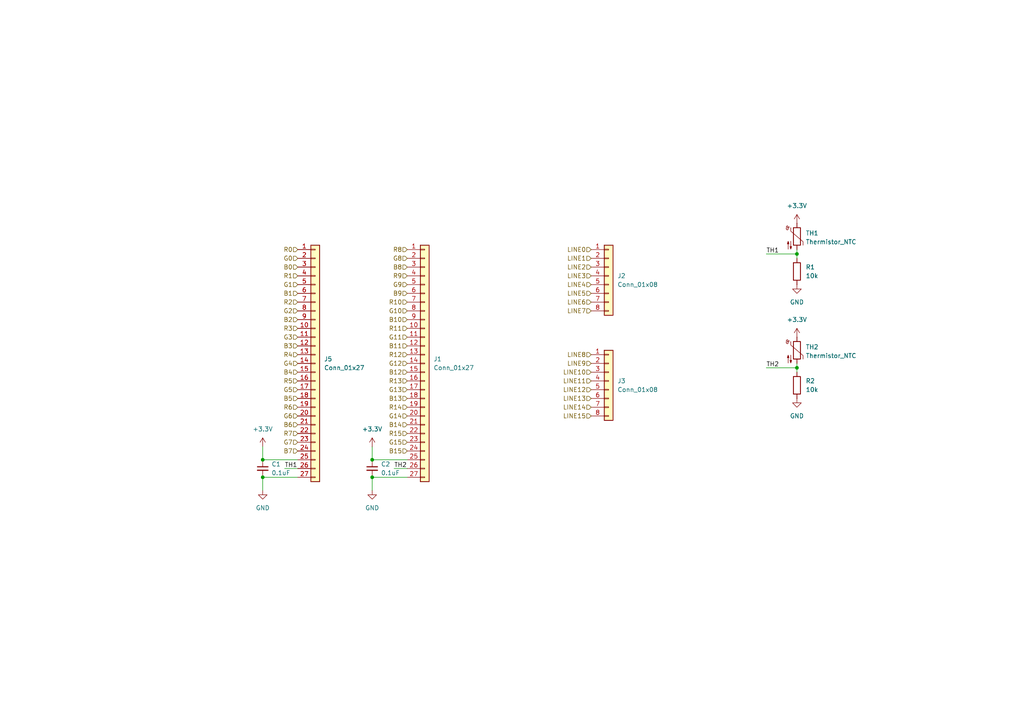
<source format=kicad_sch>
(kicad_sch (version 20250114) (generator "eeschema") (generator_version "9.0")
  (paper "A4")
  (lib_symbols
    (symbol "Connector_Generic:Conn_01x08" (pin_names (offset 1.016) (hide yes))
      (property "Reference" "J" (at 0 10.16 0))
      (property "Value" "Conn_01x08" (at 0 -12.7 0))
      (symbol "Conn_01x08_1_1"
        (rectangle (start -1.27 8.89) (end 1.27 -11.43) (stroke (width 0.254)) (fill (type background)))
        (rectangle (start -1.27 7.747) (end 0 7.493) (stroke (width 0.1524)))
        (rectangle (start -1.27 5.207) (end 0 4.953) (stroke (width 0.1524)))
        (rectangle (start -1.27 2.667) (end 0 2.413) (stroke (width 0.1524)))
        (rectangle (start -1.27 0.127) (end 0 -0.127) (stroke (width 0.1524)))
        (rectangle (start -1.27 -2.413) (end 0 -2.667) (stroke (width 0.1524)))
        (rectangle (start -1.27 -4.953) (end 0 -5.207) (stroke (width 0.1524)))
        (rectangle (start -1.27 -7.493) (end 0 -7.747) (stroke (width 0.1524)))
        (rectangle (start -1.27 -10.033) (end 0 -10.287) (stroke (width 0.1524)))
        (pin passive line (at -5.08 7.62 0) (length 3.81) (name "Pin_1") (number "1"))
        (pin passive line (at -5.08 5.08 0) (length 3.81) (name "Pin_2") (number "2"))
        (pin passive line (at -5.08 2.54 0) (length 3.81) (name "Pin_3") (number "3"))
        (pin passive line (at -5.08 0 0) (length 3.81) (name "Pin_4") (number "4"))
        (pin passive line (at -5.08 -2.54 0) (length 3.81) (name "Pin_5") (number "5"))
        (pin passive line (at -5.08 -5.08 0) (length 3.81) (name "Pin_6") (number "6"))
        (pin passive line (at -5.08 -7.62 0) (length 3.81) (name "Pin_7") (number "7"))
        (pin passive line (at -5.08 -10.16 0) (length 3.81) (name "Pin_8") (number "8"))
      )
    )
    (symbol "Connector_Generic:Conn_01x27" (pin_names (offset 1.016) (hide yes))
      (property "Reference" "J" (at 0 35.56 0))
      (property "Value" "Conn_01x27" (at 0 -35.56 0))
      (symbol "Conn_01x27_1_1"
        (rectangle (start -1.27 34.29) (end 1.27 -34.29) (stroke (width 0.254)) (fill (type background)))
        (rectangle (start -1.27 33.147) (end 0 32.893) (stroke (width 0.1524)))
        (rectangle (start -1.27 30.607) (end 0 30.353) (stroke (width 0.1524)))
        (rectangle (start -1.27 28.067) (end 0 27.813) (stroke (width 0.1524)))
        (rectangle (start -1.27 25.527) (end 0 25.273) (stroke (width 0.1524)))
        (rectangle (start -1.27 22.987) (end 0 22.733) (stroke (width 0.1524)))
        (rectangle (start -1.27 20.447) (end 0 20.193) (stroke (width 0.1524)))
        (rectangle (start -1.27 17.907) (end 0 17.653) (stroke (width 0.1524)))
        (rectangle (start -1.27 15.367) (end 0 15.113) (stroke (width 0.1524)))
        (rectangle (start -1.27 12.827) (end 0 12.573) (stroke (width 0.1524)))
        (rectangle (start -1.27 10.287) (end 0 10.033) (stroke (width 0.1524)))
        (rectangle (start -1.27 7.747) (end 0 7.493) (stroke (width 0.1524)))
        (rectangle (start -1.27 5.207) (end 0 4.953) (stroke (width 0.1524)))
        (rectangle (start -1.27 2.667) (end 0 2.413) (stroke (width 0.1524)))
        (rectangle (start -1.27 0.127) (end 0 -0.127) (stroke (width 0.1524)))
        (rectangle (start -1.27 -2.413) (end 0 -2.667) (stroke (width 0.1524)))
        (rectangle (start -1.27 -4.953) (end 0 -5.207) (stroke (width 0.1524)))
        (rectangle (start -1.27 -7.493) (end 0 -7.747) (stroke (width 0.1524)))
        (rectangle (start -1.27 -10.033) (end 0 -10.287) (stroke (width 0.1524)))
        (rectangle (start -1.27 -12.573) (end 0 -12.827) (stroke (width 0.1524)))
        (rectangle (start -1.27 -15.113) (end 0 -15.367) (stroke (width 0.1524)))
        (rectangle (start -1.27 -17.653) (end 0 -17.907) (stroke (width 0.1524)))
        (rectangle (start -1.27 -20.193) (end 0 -20.447) (stroke (width 0.1524)))
        (rectangle (start -1.27 -22.733) (end 0 -22.987) (stroke (width 0.1524)))
        (rectangle (start -1.27 -25.273) (end 0 -25.527) (stroke (width 0.1524)))
        (rectangle (start -1.27 -27.813) (end 0 -28.067) (stroke (width 0.1524)))
        (rectangle (start -1.27 -30.353) (end 0 -30.607) (stroke (width 0.1524)))
        (rectangle (start -1.27 -32.893) (end 0 -33.147) (stroke (width 0.1524)))
        (pin passive line (at -5.08 33.02 0) (length 3.81) (name "Pin_1") (number "1"))
        (pin passive line (at -5.08 30.48 0) (length 3.81) (name "Pin_2") (number "2"))
        (pin passive line (at -5.08 27.94 0) (length 3.81) (name "Pin_3") (number "3"))
        (pin passive line (at -5.08 25.4 0) (length 3.81) (name "Pin_4") (number "4"))
        (pin passive line (at -5.08 22.86 0) (length 3.81) (name "Pin_5") (number "5"))
        (pin passive line (at -5.08 20.32 0) (length 3.81) (name "Pin_6") (number "6"))
        (pin passive line (at -5.08 17.78 0) (length 3.81) (name "Pin_7") (number "7"))
        (pin passive line (at -5.08 15.24 0) (length 3.81) (name "Pin_8") (number "8"))
        (pin passive line (at -5.08 12.7 0) (length 3.81) (name "Pin_9") (number "9"))
        (pin passive line (at -5.08 10.16 0) (length 3.81) (name "Pin_10") (number "10"))
        (pin passive line (at -5.08 7.62 0) (length 3.81) (name "Pin_11") (number "11"))
        (pin passive line (at -5.08 5.08 0) (length 3.81) (name "Pin_12") (number "12"))
        (pin passive line (at -5.08 2.54 0) (length 3.81) (name "Pin_13") (number "13"))
        (pin passive line (at -5.08 0 0) (length 3.81) (name "Pin_14") (number "14"))
        (pin passive line (at -5.08 -2.54 0) (length 3.81) (name "Pin_15") (number "15"))
        (pin passive line (at -5.08 -5.08 0) (length 3.81) (name "Pin_16") (number "16"))
        (pin passive line (at -5.08 -7.62 0) (length 3.81) (name "Pin_17") (number "17"))
        (pin passive line (at -5.08 -10.16 0) (length 3.81) (name "Pin_18") (number "18"))
        (pin passive line (at -5.08 -12.7 0) (length 3.81) (name "Pin_19") (number "19"))
        (pin passive line (at -5.08 -15.24 0) (length 3.81) (name "Pin_20") (number "20"))
        (pin passive line (at -5.08 -17.78 0) (length 3.81) (name "Pin_21") (number "21"))
        (pin passive line (at -5.08 -20.32 0) (length 3.81) (name "Pin_22") (number "22"))
        (pin passive line (at -5.08 -22.86 0) (length 3.81) (name "Pin_23") (number "23"))
        (pin passive line (at -5.08 -25.4 0) (length 3.81) (name "Pin_24") (number "24"))
        (pin passive line (at -5.08 -27.94 0) (length 3.81) (name "Pin_25") (number "25"))
        (pin passive line (at -5.08 -30.48 0) (length 3.81) (name "Pin_26") (number "26"))
        (pin passive line (at -5.08 -33.02 0) (length 3.81) (name "Pin_27") (number "27"))
      )
    )
    (symbol "Device:C_Small" (pin_numbers (hide yes)) (pin_names (offset 0.254) (hide yes))
      (property "Reference" "C" (at 0.254 1.778 0))
      (property "Value" "C_Small" (at 0.254 -2.032 0))
      (symbol "C_Small_0_1"
        (polyline (pts (xy -1.524 0.508) (xy 1.524 0.508)) (stroke (width 0.3048)))
        (polyline (pts (xy -1.524 -0.508) (xy 1.524 -0.508)) (stroke (width 0.3302)))
      )
      (symbol "C_Small_1_1"
        (pin passive line (at 0 2.54 270) (length 2.032) (name "~") (number "1"))
        (pin passive line (at 0 -2.54 90) (length 2.032) (name "~") (number "2"))
      )
    )
    (symbol "Device:R" (pin_numbers (hide yes)) (pin_names (offset 0))
      (property "Reference" "R" (at 2.032 0 90))
      (property "Value" "R" (at 0 0 90))
      (symbol "R_0_1"
        (rectangle (start -1.016 -2.54) (end 1.016 2.54) (stroke (width 0.254)))
      )
      (symbol "R_1_1"
        (pin passive line (at 0 3.81 270) (length 1.27) (name "~") (number "1"))
        (pin passive line (at 0 -3.81 90) (length 1.27) (name "~") (number "2"))
      )
    )
    (symbol "Device:Thermistor_NTC" (pin_numbers (hide yes)) (pin_names (offset 0))
      (property "Reference" "TH" (at -4.445 0 90))
      (property "Value" "Thermistor_NTC" (at 3.175 0 90))
      (symbol "Thermistor_NTC_0_1"
        (arc (start -3.175 2.413) (mid -3.0506 2.3165) (end -3.048 2.159))
        (arc (start -3.048 2.794) (mid -2.9736 2.9736) (end -2.794 3.048))
        (arc (start -2.794 3.048) (mid -2.6144 2.9736) (end -2.54 2.794))
        (arc (start -2.794 2.54) (mid -2.9736 2.6144) (end -3.048 2.794))
        (arc (start -2.794 1.905) (mid -2.9736 1.9794) (end -3.048 2.159))
        (arc (start -2.54 2.159) (mid -2.6144 1.9794) (end -2.794 1.905))
        (arc (start -2.159 2.794) (mid -2.434 2.5608) (end -2.794 2.54))
        (polyline (pts (xy -2.54 2.159) (xy -2.54 2.794)))
        (polyline (pts (xy -2.54 -3.683) (xy -2.54 -1.397) (xy -2.794 -2.159) (xy -2.286 -2.159) (xy -2.54 -1.397) (xy -2.54 -1.651)) (fill (type outline)))
        (polyline (pts (xy -1.778 2.54) (xy -1.778 1.524) (xy 1.778 -1.524) (xy 1.778 -2.54)))
        (polyline (pts (xy -1.778 -1.397) (xy -1.778 -3.683) (xy -2.032 -2.921) (xy -1.524 -2.921) (xy -1.778 -3.683) (xy -1.778 -3.429)) (fill (type outline)))
        (rectangle (start -1.016 2.54) (end 1.016 -2.54) (stroke (width 0.254)))
      )
      (symbol "Thermistor_NTC_1_1"
        (pin passive line (at 0 3.81 270) (length 1.27) (name "~") (number "1"))
        (pin passive line (at 0 -3.81 90) (length 1.27) (name "~") (number "2"))
      )
    )
    (symbol "power:+3.3V" (power) (pin_numbers (hide yes)) (pin_names (offset 0) (hide yes))
      (property "Value" "+3.3V" (at 0 3.556 0))
      (symbol "+3.3V_0_1"
        (polyline (pts (xy -0.762 1.27) (xy 0 2.54)))
        (polyline (pts (xy 0 2.54) (xy 0.762 1.27)))
        (polyline (pts (xy 0 0) (xy 0 2.54)))
      )
      (symbol "+3.3V_1_1"
        (pin power_in line (at 0 0 90) (length 0) (name "~") (number "1"))
      )
    )
    (symbol "power:GND" (power) (pin_numbers (hide yes)) (pin_names (offset 0) (hide yes))
      (property "Value" "GND" (at 0 -3.81 0))
      (symbol "GND_0_1"
        (polyline (pts (xy 0 0) (xy 0 -1.27) (xy 1.27 -1.27) (xy 0 -2.54) (xy -1.27 -1.27) (xy 0 -1.27)))
      )
      (symbol "GND_1_1"
        (pin power_in line (at 0 0 270) (length 0) (name "~") (number "1"))
      )
    )
  )
  (junction (at 107.95 133.35))
  (junction (at 231.14 73.66))
  (junction (at 107.95 138.43))
  (junction (at 76.2 133.35))
  (junction (at 231.14 106.68))
  (junction (at 76.2 138.43))
  (wire (pts (xy 231.14 73.66) (xy 231.14 72.39)))
  (wire (pts (xy 107.95 133.35) (xy 118.11 133.35)))
  (wire (pts (xy 222.25 73.66) (xy 231.14 73.66)))
  (wire (pts (xy 76.2 129.54) (xy 76.2 133.35)))
  (wire (pts (xy 107.95 142.24) (xy 107.95 138.43)))
  (wire (pts (xy 82.55 135.89) (xy 86.36 135.89)))
  (wire (pts (xy 231.14 73.66) (xy 231.14 74.93)))
  (wire (pts (xy 107.95 138.43) (xy 118.11 138.43)))
  (wire (pts (xy 76.2 133.35) (xy 86.36 133.35)))
  (wire (pts (xy 76.2 138.43) (xy 86.36 138.43)))
  (wire (pts (xy 107.95 129.54) (xy 107.95 133.35)))
  (wire (pts (xy 231.14 106.68) (xy 231.14 105.41)))
  (wire (pts (xy 76.2 142.24) (xy 76.2 138.43)))
  (wire (pts (xy 222.25 106.68) (xy 231.14 106.68)))
  (wire (pts (xy 114.3 135.89) (xy 118.11 135.89)))
  (wire (pts (xy 231.14 106.68) (xy 231.14 107.95)))
  (label "TH2" (at 114.3 135.89 0))
  (label "TH1" (at 222.25 73.66 0))
  (label "TH1" (at 82.55 135.89 0))
  (label "TH2" (at 222.25 106.68 0))
  (hierarchical_label "B4" (shape input) (at 86.36 107.95 180))
  (hierarchical_label "R1" (shape input) (at 86.36 80.01 180))
  (hierarchical_label "R7" (shape input) (at 86.36 125.73 180))
  (hierarchical_label "B1" (shape input) (at 86.36 85.09 180))
  (hierarchical_label "LINE5" (shape input) (at 171.45 85.09 180))
  (hierarchical_label "LINE9" (shape input) (at 171.45 105.41 180))
  (hierarchical_label "B15" (shape input) (at 118.11 130.81 180))
  (hierarchical_label "B0" (shape input) (at 86.36 77.47 180))
  (hierarchical_label "R5" (shape input) (at 86.36 110.49 180))
  (hierarchical_label "R9" (shape input) (at 118.11 80.01 180))
  (hierarchical_label "LINE13" (shape input) (at 171.45 115.57 180))
  (hierarchical_label "G7" (shape input) (at 86.36 128.27 180))
  (hierarchical_label "B12" (shape input) (at 118.11 107.95 180))
  (hierarchical_label "B3" (shape input) (at 86.36 100.33 180))
  (hierarchical_label "B6" (shape input) (at 86.36 123.19 180))
  (hierarchical_label "B14" (shape input) (at 118.11 123.19 180))
  (hierarchical_label "G2" (shape input) (at 86.36 90.17 180))
  (hierarchical_label "LINE8" (shape input) (at 171.45 102.87 180))
  (hierarchical_label "G12" (shape input) (at 118.11 105.41 180))
  (hierarchical_label "B9" (shape input) (at 118.11 85.09 180))
  (hierarchical_label "G6" (shape input) (at 86.36 120.65 180))
  (hierarchical_label "R2" (shape input) (at 86.36 87.63 180))
  (hierarchical_label "G15" (shape input) (at 118.11 128.27 180))
  (hierarchical_label "R10" (shape input) (at 118.11 87.63 180))
  (hierarchical_label "R14" (shape input) (at 118.11 118.11 180))
  (hierarchical_label "G14" (shape input) (at 118.11 120.65 180))
  (hierarchical_label "G13" (shape input) (at 118.11 113.03 180))
  (hierarchical_label "G9" (shape input) (at 118.11 82.55 180))
  (hierarchical_label "LINE7" (shape input) (at 171.45 90.17 180))
  (hierarchical_label "G5" (shape input) (at 86.36 113.03 180))
  (hierarchical_label "LINE4" (shape input) (at 171.45 82.55 180))
  (hierarchical_label "G1" (shape input) (at 86.36 82.55 180))
  (hierarchical_label "LINE0" (shape input) (at 171.45 72.39 180))
  (hierarchical_label "R11" (shape input) (at 118.11 95.25 180))
  (hierarchical_label "G0" (shape input) (at 86.36 74.93 180))
  (hierarchical_label "B11" (shape input) (at 118.11 100.33 180))
  (hierarchical_label "R15" (shape input) (at 118.11 125.73 180))
  (hierarchical_label "R0" (shape input) (at 86.36 72.39 180))
  (hierarchical_label "LINE6" (shape input) (at 171.45 87.63 180))
  (hierarchical_label "B7" (shape input) (at 86.36 130.81 180))
  (hierarchical_label "R8" (shape input) (at 118.11 72.39 180))
  (hierarchical_label "R4" (shape input) (at 86.36 102.87 180))
  (hierarchical_label "R3" (shape input) (at 86.36 95.25 180))
  (hierarchical_label "LINE15" (shape input) (at 171.45 120.65 180))
  (hierarchical_label "LINE1" (shape input) (at 171.45 74.93 180))
  (hierarchical_label "R13" (shape input) (at 118.11 110.49 180))
  (hierarchical_label "R6" (shape input) (at 86.36 118.11 180))
  (hierarchical_label "G11" (shape input) (at 118.11 97.79 180))
  (hierarchical_label "G3" (shape input) (at 86.36 97.79 180))
  (hierarchical_label "R12" (shape input) (at 118.11 102.87 180))
  (hierarchical_label "LINE14" (shape input) (at 171.45 118.11 180))
  (hierarchical_label "G8" (shape input) (at 118.11 74.93 180))
  (hierarchical_label "B13" (shape input) (at 118.11 115.57 180))
  (hierarchical_label "LINE11" (shape input) (at 171.45 110.49 180))
  (hierarchical_label "B8" (shape input) (at 118.11 77.47 180))
  (hierarchical_label "LINE10" (shape input) (at 171.45 107.95 180))
  (hierarchical_label "G4" (shape input) (at 86.36 105.41 180))
  (hierarchical_label "B10" (shape input) (at 118.11 92.71 180))
  (hierarchical_label "LINE2" (shape input) (at 171.45 77.47 180))
  (hierarchical_label "B5" (shape input) (at 86.36 115.57 180))
  (hierarchical_label "LINE12" (shape input) (at 171.45 113.03 180))
  (hierarchical_label "G10" (shape input) (at 118.11 90.17 180))
  (hierarchical_label "B2" (shape input) (at 86.36 92.71 180))
  (hierarchical_label "LINE3" (shape input) (at 171.45 80.01 180))
  (symbol (lib_id "Connector_Generic:Conn_01x08") (at 176.53 110.49 0) (unit 1)
    (property "Reference" "J3" (at 179.07 110.4899 0) (effects (justify left)))
    (property "Value" "Conn_01x08" (at 179.07 113.0299 0) (effects (justify left)))
    (property "Footprint" "CONN_BM08B-XASS-TF_JST:CONN_BM08B-XASS-TF_JST" (effects (hide yes)))
    (property "Description" "Generic connector, single row, 01x08, script generated (kicad-library-utils/schlib/autogen/connector/)" (effects (hide yes)))
  )
  (symbol (lib_id "Device:R") (at 231.14 78.74 0) (unit 1)
    (property "Reference" "R1" (at 233.68 77.4699 0) (effects (justify left)))
    (property "Value" "10k" (at 233.68 80.0099 0) (effects (justify left)))
    (property "Footprint" "Resistor_SMD:R_0402_1005Metric" (effects (hide yes)))
    (property "Description" "Resistor" (effects (hide yes)))
  )
  (symbol (lib_id "Device:C_Small") (at 76.2 135.89 0) (unit 1)
    (property "Reference" "C1" (at 78.74 134.6262 0) (effects (justify left)))
    (property "Value" "0.1uF" (at 78.74 137.1662 0) (effects (justify left)))
    (property "Footprint" "Capacitor_SMD:C_0402_1005Metric" (effects (hide yes)))
    (property "Description" "Unpolarized capacitor, small symbol" (effects (hide yes)))
  )
  (symbol (lib_id "Device:Thermistor_NTC") (at 231.14 68.58 0) (unit 1)
    (property "Reference" "TH1" (at 233.68 67.6274 0) (effects (justify left)))
    (property "Value" "Thermistor_NTC" (at 233.68 70.1674 0) (effects (justify left)))
    (property "Footprint" "Resistor_SMD:R_0402_1005Metric" (effects (hide yes)))
    (property "Description" "Temperature dependent resistor, negative temperature coefficient" (effects (hide yes)))
  )
  (symbol (lib_id "Device:R") (at 231.14 111.76 0) (unit 1)
    (property "Reference" "R2" (at 233.68 110.4899 0) (effects (justify left)))
    (property "Value" "10k" (at 233.68 113.0299 0) (effects (justify left)))
    (property "Footprint" "Resistor_SMD:R_0402_1005Metric" (effects (hide yes)))
    (property "Description" "Resistor" (effects (hide yes)))
  )
  (symbol (lib_id "power:GND") (at 107.95 142.24 0) (unit 1)
    (property "Reference" "#PWR09" (effects (hide yes)))
    (property "Value" "GND" (at 107.95 147.32 0))
    (property "Description" "Power symbol creates a global label with name \"GND\" , ground" (effects (hide yes)))
  )
  (symbol (lib_id "power:+3.3V") (at 107.95 129.54 0) (unit 1)
    (property "Reference" "#PWR08" (effects (hide yes)))
    (property "Value" "+3.3V" (at 107.95 124.46 0))
    (property "Description" "Power symbol creates a global label with name \"+3.3V\"" (effects (hide yes)))
  )
  (symbol (lib_id "Connector_Generic:Conn_01x08") (at 176.53 80.01 0) (unit 1)
    (property "Reference" "J2" (at 179.07 80.0099 0) (effects (justify left)))
    (property "Value" "Conn_01x08" (at 179.07 82.5499 0) (effects (justify left)))
    (property "Footprint" "CONN_BM08B-XASS-TF_JST:CONN_BM08B-XASS-TF_JST" (effects (hide yes)))
    (property "Description" "Generic connector, single row, 01x08, script generated (kicad-library-utils/schlib/autogen/connector/)" (effects (hide yes)))
  )
  (symbol (lib_id "power:GND") (at 76.2 142.24 0) (unit 1)
    (property "Reference" "#PWR05" (effects (hide yes)))
    (property "Value" "GND" (at 76.2 147.32 0))
    (property "Description" "Power symbol creates a global label with name \"GND\" , ground" (effects (hide yes)))
  )
  (symbol (lib_id "Connector_Generic:Conn_01x27") (at 123.19 105.41 0) (unit 1)
    (property "Reference" "J1" (at 125.73 104.1399 0) (effects (justify left)))
    (property "Value" "Conn_01x27" (at 125.73 106.6799 0) (effects (justify left)))
    (property "Footprint" "Connector_FFC-FPC:Hirose_FH26-27S-0.3SHW_2Rows-27Pins-1MP_P0.60mm_Horizontal" (effects (hide yes)))
    (property "Description" "Generic connector, single row, 01x27, script generated (kicad-library-utils/schlib/autogen/connector/)" (effects (hide yes)))
  )
  (symbol (lib_id "power:+3.3V") (at 231.14 97.79 0) (unit 1)
    (property "Reference" "#PWR03" (effects (hide yes)))
    (property "Value" "+3.3V" (at 231.14 92.71 0))
    (property "Description" "Power symbol creates a global label with name \"+3.3V\"" (effects (hide yes)))
  )
  (symbol (lib_id "Device:Thermistor_NTC") (at 231.14 101.6 0) (unit 1)
    (property "Reference" "TH2" (at 233.68 100.6474 0) (effects (justify left)))
    (property "Value" "Thermistor_NTC" (at 233.68 103.1874 0) (effects (justify left)))
    (property "Footprint" "Resistor_SMD:R_0402_1005Metric" (effects (hide yes)))
    (property "Description" "Temperature dependent resistor, negative temperature coefficient" (effects (hide yes)))
  )
  (symbol (lib_id "Device:C_Small") (at 107.95 135.89 0) (unit 1)
    (property "Reference" "C2" (at 110.49 134.6262 0) (effects (justify left)))
    (property "Value" "0.1uF" (at 110.49 137.1662 0) (effects (justify left)))
    (property "Footprint" "Capacitor_SMD:C_0402_1005Metric" (effects (hide yes)))
    (property "Description" "Unpolarized capacitor, small symbol" (effects (hide yes)))
  )
  (symbol (lib_id "power:GND") (at 231.14 82.55 0) (unit 1)
    (property "Reference" "#PWR01" (effects (hide yes)))
    (property "Value" "GND" (at 231.14 87.63 0))
    (property "Description" "Power symbol creates a global label with name \"GND\" , ground" (effects (hide yes)))
  )
  (symbol (lib_id "power:+3.3V") (at 76.2 129.54 0) (unit 1)
    (property "Reference" "#PWR07" (effects (hide yes)))
    (property "Value" "+3.3V" (at 76.2 124.46 0))
    (property "Description" "Power symbol creates a global label with name \"+3.3V\"" (effects (hide yes)))
  )
  (symbol (lib_id "power:GND") (at 231.14 115.57 0) (unit 1)
    (property "Reference" "#PWR04" (effects (hide yes)))
    (property "Value" "GND" (at 231.14 120.65 0))
    (property "Description" "Power symbol creates a global label with name \"GND\" , ground" (effects (hide yes)))
  )
  (symbol (lib_id "Connector_Generic:Conn_01x27") (at 91.44 105.41 0) (unit 1)
    (property "Reference" "J5" (at 93.98 104.1399 0) (effects (justify left)))
    (property "Value" "Conn_01x27" (at 93.98 106.6799 0) (effects (justify left)))
    (property "Footprint" "Connector_FFC-FPC:Hirose_FH26-27S-0.3SHW_2Rows-27Pins-1MP_P0.60mm_Horizontal" (effects (hide yes)))
    (property "Description" "Generic connector, single row, 01x27, script generated (kicad-library-utils/schlib/autogen/connector/)" (effects (hide yes)))
  )
  (symbol (lib_id "power:+3.3V") (at 231.14 64.77 0) (unit 1)
    (property "Reference" "#PWR02" (effects (hide yes)))
    (property "Value" "+3.3V" (at 231.14 59.69 0))
    (property "Description" "Power symbol creates a global label with name \"+3.3V\"" (effects (hide yes)))
  )
)
</source>
